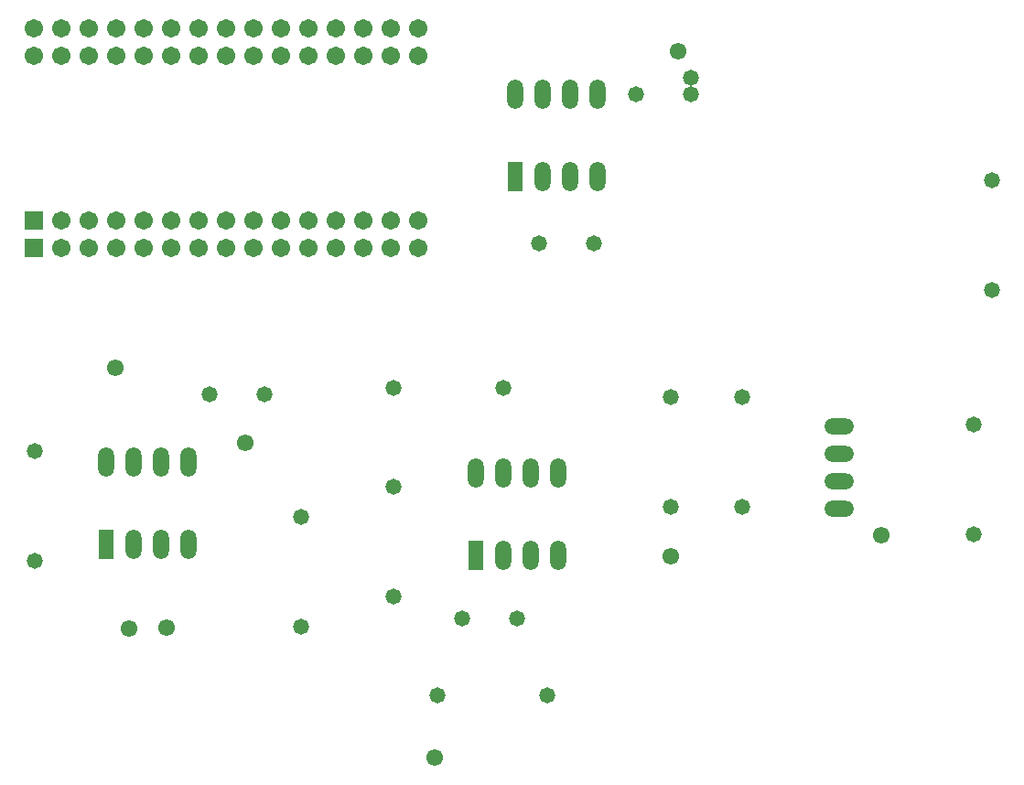
<source format=gbs>
G04*
G04 #@! TF.GenerationSoftware,Altium Limited,Altium Designer,19.1.2 (11)*
G04*
G04 Layer_Color=16711935*
%FSLAX43Y43*%
%MOMM*%
G71*
G01*
G75*
%ADD13C,1.703*%
%ADD14R,1.703X1.703*%
%ADD15R,1.473X2.743*%
%ADD16O,1.473X2.743*%
%ADD17C,1.549*%
%ADD18C,1.473*%
%ADD19O,2.743X1.473*%
D13*
X45720Y75565D02*
D03*
X10160D02*
D03*
X12700D02*
D03*
X43180D02*
D03*
X40640D02*
D03*
X38100D02*
D03*
X35560D02*
D03*
X33020D02*
D03*
X30480D02*
D03*
X27940D02*
D03*
X25400D02*
D03*
X22860D02*
D03*
X20320D02*
D03*
X17780D02*
D03*
X15240D02*
D03*
Y55245D02*
D03*
X17780D02*
D03*
X20320D02*
D03*
X22860D02*
D03*
X25400D02*
D03*
X27940D02*
D03*
X30480D02*
D03*
X33020D02*
D03*
X35560D02*
D03*
X38100D02*
D03*
X40640D02*
D03*
X43180D02*
D03*
X12700D02*
D03*
X45720D02*
D03*
X15240Y73025D02*
D03*
X17780D02*
D03*
X20320D02*
D03*
X22860D02*
D03*
X25400D02*
D03*
X27940D02*
D03*
X30480D02*
D03*
X33020D02*
D03*
X35560D02*
D03*
X38100D02*
D03*
X40640D02*
D03*
X43180D02*
D03*
X12700D02*
D03*
X10160D02*
D03*
X45720D02*
D03*
Y57785D02*
D03*
X12700D02*
D03*
X43180D02*
D03*
X40640D02*
D03*
X38100D02*
D03*
X35560D02*
D03*
X33020D02*
D03*
X30480D02*
D03*
X27940D02*
D03*
X25400D02*
D03*
X22860D02*
D03*
X20320D02*
D03*
X17780D02*
D03*
X15240D02*
D03*
D14*
X10160Y55245D02*
D03*
Y57785D02*
D03*
D15*
X54737Y61849D02*
D03*
X16891Y27813D02*
D03*
X51054Y26797D02*
D03*
D16*
X57277Y61849D02*
D03*
X59817D02*
D03*
X62357D02*
D03*
X54737Y69469D02*
D03*
X57277D02*
D03*
X59817D02*
D03*
X62357D02*
D03*
X24511Y35433D02*
D03*
X21971D02*
D03*
X19431D02*
D03*
X16891D02*
D03*
X24511Y27813D02*
D03*
X21971D02*
D03*
X19431D02*
D03*
X58674Y34417D02*
D03*
X56134D02*
D03*
X53594D02*
D03*
X51054D02*
D03*
X58674Y26797D02*
D03*
X56134D02*
D03*
X53594D02*
D03*
D17*
X69088Y26670D02*
D03*
X69755Y73414D02*
D03*
X88551Y28583D02*
D03*
X47276Y8009D02*
D03*
X18955Y19947D02*
D03*
X17685Y44077D02*
D03*
X22479Y20066D02*
D03*
X29718Y37211D02*
D03*
D18*
X69088Y31242D02*
D03*
Y41402D02*
D03*
X56896Y55626D02*
D03*
X61976D02*
D03*
X65913Y69469D02*
D03*
X70993D02*
D03*
X75692Y31242D02*
D03*
Y41402D02*
D03*
X54864Y20955D02*
D03*
X49784D02*
D03*
X57658Y13843D02*
D03*
X47498D02*
D03*
X43434Y42291D02*
D03*
X53594D02*
D03*
X43434Y22987D02*
D03*
Y33147D02*
D03*
X26416Y41656D02*
D03*
X31496D02*
D03*
X34925Y30353D02*
D03*
Y20193D02*
D03*
X10287Y26289D02*
D03*
Y36449D02*
D03*
X97155Y28702D02*
D03*
Y38862D02*
D03*
X98806Y51308D02*
D03*
Y61468D02*
D03*
X70993Y70993D02*
D03*
D19*
X84709Y38735D02*
D03*
Y36195D02*
D03*
Y33655D02*
D03*
Y31115D02*
D03*
M02*

</source>
